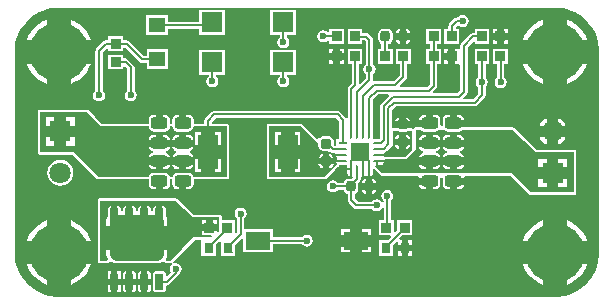
<source format=gtl>
G04*
G04 #@! TF.GenerationSoftware,Altium Limited,Altium Designer,19.1.6 (110)*
G04*
G04 Layer_Physical_Order=1*
G04 Layer_Color=255*
%FSLAX43Y43*%
%MOMM*%
G71*
G01*
G75*
%ADD11C,0.200*%
%ADD35R,2.150X1.500*%
G04:AMPARAMS|DCode=36|XSize=4.52mm|YSize=3.85mm|CornerRadius=0.481mm|HoleSize=0mm|Usage=FLASHONLY|Rotation=180.000|XOffset=0mm|YOffset=0mm|HoleType=Round|Shape=RoundedRectangle|*
%AMROUNDEDRECTD36*
21,1,4.520,2.888,0,0,180.0*
21,1,3.558,3.850,0,0,180.0*
1,1,0.963,-1.779,1.444*
1,1,0.963,1.779,1.444*
1,1,0.963,1.779,-1.444*
1,1,0.963,-1.779,-1.444*
%
%ADD36ROUNDEDRECTD36*%
G04:AMPARAMS|DCode=37|XSize=0.71mm|YSize=1.372mm|CornerRadius=0.089mm|HoleSize=0mm|Usage=FLASHONLY|Rotation=180.000|XOffset=0mm|YOffset=0mm|HoleType=Round|Shape=RoundedRectangle|*
%AMROUNDEDRECTD37*
21,1,0.710,1.195,0,0,180.0*
21,1,0.532,1.372,0,0,180.0*
1,1,0.178,-0.266,0.597*
1,1,0.178,0.266,0.597*
1,1,0.178,0.266,-0.597*
1,1,0.178,-0.266,-0.597*
%
%ADD37ROUNDEDRECTD37*%
%ADD38R,0.710X1.372*%
%ADD39R,1.800X1.700*%
%ADD40R,0.850X0.900*%
%ADD41R,1.750X3.000*%
%ADD42R,1.650X1.650*%
G04:AMPARAMS|DCode=43|XSize=0.25mm|YSize=0.7mm|CornerRadius=0.063mm|HoleSize=0mm|Usage=FLASHONLY|Rotation=0.000|XOffset=0mm|YOffset=0mm|HoleType=Round|Shape=RoundedRectangle|*
%AMROUNDEDRECTD43*
21,1,0.250,0.575,0,0,0.0*
21,1,0.125,0.700,0,0,0.0*
1,1,0.125,0.063,-0.288*
1,1,0.125,-0.063,-0.288*
1,1,0.125,-0.063,0.288*
1,1,0.125,0.063,0.288*
%
%ADD43ROUNDEDRECTD43*%
G04:AMPARAMS|DCode=44|XSize=0.25mm|YSize=0.7mm|CornerRadius=0.063mm|HoleSize=0mm|Usage=FLASHONLY|Rotation=90.000|XOffset=0mm|YOffset=0mm|HoleType=Round|Shape=RoundedRectangle|*
%AMROUNDEDRECTD44*
21,1,0.250,0.575,0,0,90.0*
21,1,0.125,0.700,0,0,90.0*
1,1,0.125,0.288,0.063*
1,1,0.125,0.288,-0.063*
1,1,0.125,-0.288,-0.063*
1,1,0.125,-0.288,0.063*
%
%ADD44ROUNDEDRECTD44*%
%ADD45R,0.700X0.250*%
G04:AMPARAMS|DCode=46|XSize=1.4mm|YSize=1mm|CornerRadius=0.25mm|HoleSize=0mm|Usage=FLASHONLY|Rotation=180.000|XOffset=0mm|YOffset=0mm|HoleType=Round|Shape=RoundedRectangle|*
%AMROUNDEDRECTD46*
21,1,1.400,0.500,0,0,180.0*
21,1,0.900,1.000,0,0,180.0*
1,1,0.500,-0.450,0.250*
1,1,0.500,0.450,0.250*
1,1,0.500,0.450,-0.250*
1,1,0.500,-0.450,-0.250*
%
%ADD46ROUNDEDRECTD46*%
G04:AMPARAMS|DCode=47|XSize=0.9mm|YSize=0.8mm|CornerRadius=0.2mm|HoleSize=0mm|Usage=FLASHONLY|Rotation=180.000|XOffset=0mm|YOffset=0mm|HoleType=Round|Shape=RoundedRectangle|*
%AMROUNDEDRECTD47*
21,1,0.900,0.400,0,0,180.0*
21,1,0.500,0.800,0,0,180.0*
1,1,0.400,-0.250,0.200*
1,1,0.400,0.250,0.200*
1,1,0.400,0.250,-0.200*
1,1,0.400,-0.250,-0.200*
%
%ADD47ROUNDEDRECTD47*%
G04:AMPARAMS|DCode=48|XSize=0.9mm|YSize=0.8mm|CornerRadius=0.2mm|HoleSize=0mm|Usage=FLASHONLY|Rotation=90.000|XOffset=0mm|YOffset=0mm|HoleType=Round|Shape=RoundedRectangle|*
%AMROUNDEDRECTD48*
21,1,0.900,0.400,0,0,90.0*
21,1,0.500,0.800,0,0,90.0*
1,1,0.400,0.200,0.250*
1,1,0.400,0.200,-0.250*
1,1,0.400,-0.200,-0.250*
1,1,0.400,-0.200,0.250*
%
%ADD48ROUNDEDRECTD48*%
%ADD49R,0.900X0.850*%
%ADD50R,1.400X1.300*%
%ADD51R,0.800X0.950*%
%ADD52C,1.800*%
%ADD53R,1.800X1.800*%
%ADD54C,5.000*%
%ADD55C,0.600*%
G36*
X46732Y24681D02*
X47206Y24554D01*
X47660Y24366D01*
X48085Y24121D01*
X48475Y23822D01*
X48822Y23475D01*
X49121Y23085D01*
X49366Y22660D01*
X49554Y22206D01*
X49681Y21732D01*
X49745Y21245D01*
Y21000D01*
Y4000D01*
Y3755D01*
X49681Y3268D01*
X49554Y2794D01*
X49366Y2340D01*
X49121Y1915D01*
X48822Y1525D01*
X48475Y1178D01*
X48085Y879D01*
X47660Y634D01*
X47206Y446D01*
X46732Y319D01*
X46245Y255D01*
X3755D01*
X3268Y319D01*
X2794Y446D01*
X2340Y634D01*
X1915Y879D01*
X1525Y1178D01*
X1178Y1525D01*
X879Y1915D01*
X634Y2340D01*
X446Y2794D01*
X319Y3268D01*
X255Y3755D01*
Y4000D01*
Y21000D01*
Y21245D01*
X319Y21732D01*
X446Y22206D01*
X634Y22660D01*
X879Y23085D01*
X1178Y23475D01*
X1525Y23822D01*
X1915Y24121D01*
X2340Y24366D01*
X2794Y24554D01*
X3268Y24681D01*
X3755Y24745D01*
X46245D01*
X46732Y24681D01*
D02*
G37*
%LPC*%
G36*
X38200Y24110D02*
X38005Y24071D01*
X37840Y23960D01*
X37803Y23906D01*
X37700D01*
X37700Y23906D01*
X37583Y23883D01*
X37484Y23816D01*
X37059Y23391D01*
X36992Y23292D01*
X36969Y23175D01*
X36969Y23175D01*
Y22950D01*
X36650D01*
Y21650D01*
X37900D01*
Y22950D01*
X37650D01*
X37610Y23077D01*
X37778Y23246D01*
X37840Y23240D01*
X38005Y23129D01*
X38200Y23090D01*
X38395Y23129D01*
X38560Y23240D01*
X38671Y23405D01*
X38710Y23600D01*
X38671Y23795D01*
X38560Y23960D01*
X38395Y24071D01*
X38200Y24110D01*
D02*
G37*
G36*
X18100Y24550D02*
X15900D01*
Y23556D01*
X13200D01*
Y24100D01*
X11400D01*
Y22400D01*
X13200D01*
Y22944D01*
X15900D01*
Y22450D01*
X18100D01*
Y24550D01*
D02*
G37*
G36*
X28150Y22950D02*
X26900D01*
Y22680D01*
X26773Y22642D01*
X26760Y22660D01*
X26595Y22771D01*
X26400Y22810D01*
X26205Y22771D01*
X26040Y22660D01*
X25929Y22495D01*
X25890Y22300D01*
X25929Y22105D01*
X26040Y21940D01*
X26205Y21829D01*
X26400Y21790D01*
X26595Y21829D01*
X26760Y21940D01*
X26773Y21958D01*
X26900Y21920D01*
Y21650D01*
X28150D01*
Y22950D01*
D02*
G37*
G36*
X42000D02*
X41675D01*
Y22600D01*
X42000D01*
Y22950D01*
D02*
G37*
G36*
X41075D02*
X40750D01*
Y22600D01*
X41075D01*
Y22950D01*
D02*
G37*
G36*
X33415Y22945D02*
Y22565D01*
X33755D01*
X33727Y22706D01*
X33638Y22838D01*
X33506Y22927D01*
X33415Y22945D01*
D02*
G37*
G36*
X32885D02*
X32794Y22927D01*
X32662Y22838D01*
X32573Y22706D01*
X32545Y22565D01*
X32885D01*
Y22945D01*
D02*
G37*
G36*
X47000Y23725D02*
Y22000D01*
X48725D01*
X48592Y22321D01*
X48353Y22710D01*
X48057Y23057D01*
X47710Y23353D01*
X47321Y23592D01*
X47000Y23725D01*
D02*
G37*
G36*
X45000D02*
X44679Y23592D01*
X44290Y23353D01*
X43943Y23057D01*
X43647Y22710D01*
X43408Y22321D01*
X43275Y22000D01*
X45000D01*
Y23725D01*
D02*
G37*
G36*
X5000D02*
Y22000D01*
X6725D01*
X6592Y22321D01*
X6353Y22710D01*
X6057Y23057D01*
X5710Y23353D01*
X5321Y23592D01*
X5000Y23725D01*
D02*
G37*
G36*
X3000D02*
X2679Y23592D01*
X2290Y23353D01*
X1943Y23057D01*
X1647Y22710D01*
X1408Y22321D01*
X1275Y22000D01*
X3000D01*
Y23725D01*
D02*
G37*
G36*
X9450Y22300D02*
X8150D01*
Y21981D01*
X8008D01*
X8008Y21981D01*
X7891Y21958D01*
X7791Y21891D01*
X7791Y21891D01*
X7184Y21284D01*
X7117Y21184D01*
X7094Y21067D01*
X7094Y21067D01*
Y17697D01*
X7040Y17660D01*
X6929Y17495D01*
X6890Y17300D01*
X6929Y17105D01*
X7040Y16940D01*
X7205Y16829D01*
X7400Y16790D01*
X7595Y16829D01*
X7760Y16940D01*
X7871Y17105D01*
X7910Y17300D01*
X7871Y17495D01*
X7760Y17660D01*
X7706Y17697D01*
Y20941D01*
X8023Y21258D01*
X8150Y21205D01*
Y21050D01*
X9450D01*
Y21350D01*
X9617D01*
X10834Y20134D01*
X10933Y20067D01*
X11050Y20044D01*
X11450D01*
Y19500D01*
X13250D01*
Y21200D01*
X11450D01*
Y20656D01*
X11177D01*
X9960Y21872D01*
X9861Y21938D01*
X9744Y21962D01*
X9744Y21962D01*
X9450D01*
Y22300D01*
D02*
G37*
G36*
X33755Y22035D02*
X33415D01*
Y21655D01*
X33506Y21673D01*
X33638Y21762D01*
X33727Y21894D01*
X33755Y22035D01*
D02*
G37*
G36*
X32885D02*
X32545D01*
X32573Y21894D01*
X32662Y21762D01*
X32794Y21673D01*
X32885Y21655D01*
Y22035D01*
D02*
G37*
G36*
X42000Y22000D02*
X41675D01*
Y21650D01*
X42000D01*
Y22000D01*
D02*
G37*
G36*
X41075D02*
X40750D01*
Y21650D01*
X41075D01*
Y22000D01*
D02*
G37*
G36*
X24100Y24550D02*
X21900D01*
Y22450D01*
X22694D01*
Y22197D01*
X22640Y22160D01*
X22529Y21995D01*
X22490Y21800D01*
X22529Y21605D01*
X22640Y21440D01*
X22805Y21329D01*
X23000Y21290D01*
X23195Y21329D01*
X23360Y21440D01*
X23471Y21605D01*
X23510Y21800D01*
X23471Y21995D01*
X23360Y22160D01*
X23306Y22197D01*
Y22450D01*
X24100D01*
Y24550D01*
D02*
G37*
G36*
X28150Y21250D02*
X27825D01*
Y20900D01*
X28150D01*
Y21250D01*
D02*
G37*
G36*
X27225D02*
X26900D01*
Y20900D01*
X27225D01*
Y21250D01*
D02*
G37*
G36*
X36975D02*
X36650D01*
Y20900D01*
X36975D01*
Y21250D01*
D02*
G37*
G36*
X31850Y22958D02*
X31450D01*
X31294Y22927D01*
X31162Y22838D01*
X31073Y22706D01*
X31042Y22550D01*
Y22050D01*
X31073Y21894D01*
X31162Y21761D01*
X31294Y21673D01*
X31294Y21673D01*
Y21250D01*
X31000D01*
Y19950D01*
X32250D01*
Y21250D01*
X31906D01*
Y21653D01*
X32006Y21673D01*
X32138Y21761D01*
X32227Y21894D01*
X32258Y22050D01*
Y22550D01*
X32227Y22706D01*
X32138Y22838D01*
X32006Y22927D01*
X31850Y22958D01*
D02*
G37*
G36*
X28150Y20300D02*
X27825D01*
Y19950D01*
X28150D01*
Y20300D01*
D02*
G37*
G36*
X27225D02*
X26900D01*
Y19950D01*
X27225D01*
Y20300D01*
D02*
G37*
G36*
X36975D02*
X36650D01*
Y19950D01*
X36975D01*
Y20300D01*
D02*
G37*
G36*
X48725Y20000D02*
X47000D01*
Y18275D01*
X47321Y18408D01*
X47710Y18647D01*
X48057Y18943D01*
X48353Y19290D01*
X48592Y19679D01*
X48725Y20000D01*
D02*
G37*
G36*
X45000D02*
X43275D01*
X43408Y19679D01*
X43647Y19290D01*
X43943Y18943D01*
X44290Y18647D01*
X44679Y18408D01*
X45000Y18275D01*
Y20000D01*
D02*
G37*
G36*
X6725D02*
X5000D01*
Y18275D01*
X5321Y18408D01*
X5710Y18647D01*
X6057Y18943D01*
X6353Y19290D01*
X6592Y19679D01*
X6725Y20000D01*
D02*
G37*
G36*
X3000D02*
X1275D01*
X1408Y19679D01*
X1647Y19290D01*
X1943Y18943D01*
X2290Y18647D01*
X2679Y18408D01*
X3000Y18275D01*
Y20000D01*
D02*
G37*
G36*
X24100Y21150D02*
X21900D01*
Y19050D01*
X22694D01*
Y18897D01*
X22640Y18860D01*
X22529Y18695D01*
X22490Y18500D01*
X22529Y18305D01*
X22640Y18140D01*
X22805Y18029D01*
X23000Y17990D01*
X23195Y18029D01*
X23360Y18140D01*
X23471Y18305D01*
X23510Y18500D01*
X23471Y18695D01*
X23360Y18860D01*
X23306Y18897D01*
Y19050D01*
X24100D01*
Y21150D01*
D02*
G37*
G36*
X18100D02*
X15900D01*
Y19050D01*
X16694D01*
Y18897D01*
X16640Y18860D01*
X16529Y18695D01*
X16490Y18500D01*
X16529Y18305D01*
X16640Y18140D01*
X16805Y18029D01*
X17000Y17990D01*
X17195Y18029D01*
X17360Y18140D01*
X17471Y18305D01*
X17510Y18500D01*
X17471Y18695D01*
X17360Y18860D01*
X17306Y18897D01*
Y19050D01*
X18100D01*
Y21150D01*
D02*
G37*
G36*
X42000Y21250D02*
X40750D01*
Y19950D01*
X41094D01*
Y18797D01*
X41040Y18760D01*
X40929Y18595D01*
X40890Y18400D01*
X40929Y18205D01*
X41040Y18040D01*
X41205Y17929D01*
X41400Y17890D01*
X41595Y17929D01*
X41760Y18040D01*
X41871Y18205D01*
X41910Y18400D01*
X41871Y18595D01*
X41760Y18760D01*
X41706Y18797D01*
Y19950D01*
X42000D01*
Y21250D01*
D02*
G37*
G36*
X40450Y22950D02*
X39200D01*
Y22606D01*
X39100D01*
X38983Y22583D01*
X38884Y22516D01*
X38084Y21716D01*
X38017Y21617D01*
X37994Y21500D01*
X37994Y21500D01*
Y21329D01*
X37900Y21250D01*
X37867Y21250D01*
X37575D01*
Y20600D01*
Y19950D01*
X37867D01*
X37900Y19950D01*
X37994Y19871D01*
Y17759D01*
X37741Y17506D01*
X35704D01*
X35656Y17623D01*
X35941Y17909D01*
X35941Y17909D01*
X36008Y18008D01*
X36031Y18125D01*
Y19950D01*
X36350D01*
Y21250D01*
X36031D01*
Y21650D01*
X36350D01*
Y22950D01*
X35100D01*
Y21650D01*
X35419D01*
Y21250D01*
X35100D01*
Y19950D01*
X35419D01*
Y18252D01*
X35173Y18006D01*
X32904D01*
X32856Y18123D01*
X33391Y18659D01*
X33458Y18758D01*
X33481Y18875D01*
X33481Y18875D01*
Y19950D01*
X33800D01*
Y21250D01*
X32550D01*
Y19950D01*
X32869D01*
Y19002D01*
X32373Y18506D01*
X30717D01*
X30678Y18527D01*
X30627Y18578D01*
X30606Y18617D01*
Y19103D01*
X30660Y19140D01*
X30771Y19305D01*
X30810Y19500D01*
X30771Y19695D01*
X30660Y19860D01*
X30606Y19897D01*
Y22000D01*
X30583Y22117D01*
X30516Y22216D01*
X30241Y22491D01*
X30142Y22558D01*
X30025Y22581D01*
X30025Y22581D01*
X29700D01*
Y22950D01*
X28450D01*
Y21650D01*
X29700D01*
Y21969D01*
X29898D01*
X29994Y21873D01*
Y19897D01*
X29940Y19860D01*
X29829Y19695D01*
X29790Y19500D01*
X29829Y19305D01*
X29940Y19140D01*
X29994Y19103D01*
Y18727D01*
X29533Y18265D01*
X29406Y18318D01*
Y19950D01*
X29700D01*
Y21250D01*
X28450D01*
Y19950D01*
X28794D01*
Y18327D01*
X28534Y18066D01*
X28467Y17967D01*
X28444Y17850D01*
X28444Y17850D01*
Y15411D01*
X28430Y15406D01*
X28317Y15390D01*
X28266Y15466D01*
X27816Y15916D01*
X27717Y15983D01*
X27600Y16006D01*
X27600Y16006D01*
X17175D01*
X17058Y15983D01*
X16959Y15916D01*
X16959Y15916D01*
X16409Y15366D01*
X16342Y15267D01*
X16319Y15150D01*
X16319Y15150D01*
Y14904D01*
X15409D01*
Y15200D01*
X15374Y15376D01*
X15274Y15524D01*
X15126Y15624D01*
X14950Y15659D01*
X14800D01*
Y14950D01*
X14200D01*
Y15659D01*
X14050D01*
X13874Y15624D01*
X13726Y15524D01*
X13626Y15376D01*
X13591Y15200D01*
Y14904D01*
X13409D01*
Y15200D01*
X13374Y15376D01*
X13274Y15524D01*
X13126Y15624D01*
X12950Y15659D01*
X12800D01*
Y14950D01*
X12200D01*
Y15659D01*
X12050D01*
X11874Y15624D01*
X11726Y15524D01*
X11626Y15376D01*
X11591Y15200D01*
Y14904D01*
X7581D01*
X6551Y16037D01*
X6547Y16040D01*
X6544Y16044D01*
X6515Y16064D01*
X6487Y16084D01*
X6482Y16086D01*
X6478Y16088D01*
X6444Y16095D01*
X6410Y16104D01*
X6405Y16103D01*
X6400Y16104D01*
X2400D01*
X2322Y16088D01*
X2256Y16044D01*
X2212Y15978D01*
X2196Y15900D01*
Y12500D01*
X2212Y12422D01*
X2256Y12356D01*
X2322Y12312D01*
X2400Y12296D01*
X5118D01*
X7259Y10252D01*
X7291Y10232D01*
X7322Y10212D01*
X7324Y10211D01*
X7326Y10210D01*
X7363Y10203D01*
X7400Y10196D01*
X11591D01*
Y9800D01*
X11626Y9624D01*
X11726Y9476D01*
X11874Y9376D01*
X12050Y9341D01*
X12200D01*
Y10050D01*
X12800D01*
Y9341D01*
X12950D01*
X13126Y9376D01*
X13274Y9476D01*
X13374Y9624D01*
X13409Y9800D01*
Y10196D01*
X13591D01*
Y9800D01*
X13626Y9624D01*
X13726Y9476D01*
X13874Y9376D01*
X14050Y9341D01*
X14200D01*
Y10050D01*
X14800D01*
Y9341D01*
X14950D01*
X15126Y9376D01*
X15274Y9476D01*
X15374Y9624D01*
X15409Y9800D01*
Y10196D01*
X18200D01*
X18278Y10212D01*
X18344Y10256D01*
X18388Y10322D01*
X18404Y10400D01*
Y14700D01*
X18388Y14778D01*
X18344Y14844D01*
X18278Y14888D01*
X18200Y14904D01*
X16949D01*
X16938Y15031D01*
X17302Y15394D01*
X27473D01*
X27744Y15123D01*
Y13575D01*
X27500D01*
Y13056D01*
X27331D01*
X27283Y13104D01*
Y13425D01*
X27252Y13581D01*
X27163Y13713D01*
X27031Y13802D01*
X26875Y13833D01*
X26375D01*
X26219Y13802D01*
X26086Y13713D01*
X26059Y13672D01*
X25892Y13651D01*
X24559Y14852D01*
X24529Y14869D01*
X24500Y14888D01*
X24495Y14889D01*
X24490Y14892D01*
X24456Y14897D01*
X24422Y14904D01*
X21800Y14904D01*
X21722Y14888D01*
X21656Y14844D01*
X21612Y14778D01*
X21596Y14700D01*
Y10400D01*
X21612Y10322D01*
X21656Y10256D01*
X21722Y10212D01*
X21800Y10196D01*
X26456Y10196D01*
X26491Y10203D01*
X26527Y10209D01*
X26530Y10211D01*
X26534Y10212D01*
X26564Y10232D01*
X26595Y10251D01*
X27239Y10851D01*
X27241Y10854D01*
X27244Y10856D01*
X27369Y10981D01*
X27386Y11006D01*
X27390Y11010D01*
X27394Y11014D01*
X27419Y11031D01*
X27641Y11252D01*
X27644Y11254D01*
X27652Y11267D01*
X27663Y11277D01*
X27687Y11309D01*
X27700Y11337D01*
X27716Y11364D01*
X27737Y11425D01*
X27763Y11420D01*
X28307D01*
X28372Y11372D01*
X28420Y11307D01*
Y11150D01*
X28750D01*
Y11050D01*
X28850D01*
Y10453D01*
X28893Y10405D01*
X28894Y10375D01*
X28781Y10258D01*
X28550D01*
X28394Y10227D01*
X28262Y10138D01*
X28173Y10006D01*
X28153Y9906D01*
X27597D01*
X27560Y9960D01*
X27395Y10071D01*
X27200Y10110D01*
X27005Y10071D01*
X26840Y9960D01*
X26729Y9795D01*
X26690Y9600D01*
X26729Y9405D01*
X26840Y9240D01*
X27005Y9129D01*
X27200Y9090D01*
X27395Y9129D01*
X27560Y9240D01*
X27597Y9294D01*
X28153D01*
X28173Y9194D01*
X28262Y9062D01*
X28394Y8973D01*
X28444Y8963D01*
Y8450D01*
X28444Y8450D01*
X28467Y8333D01*
X28534Y8234D01*
X28984Y7784D01*
X29083Y7717D01*
X29200Y7694D01*
X29200Y7694D01*
X30503D01*
X30540Y7640D01*
X30705Y7529D01*
X30900Y7490D01*
X31095Y7529D01*
X31260Y7640D01*
X31367Y7799D01*
X31377Y7801D01*
X31494Y7758D01*
Y6750D01*
X31100D01*
Y5450D01*
X32051D01*
X32100Y5333D01*
X31842Y5075D01*
X31075D01*
Y3725D01*
X32275D01*
Y4642D01*
X32598Y4965D01*
X32725Y4913D01*
Y4665D01*
X33060D01*
Y5075D01*
X32887D01*
X32835Y5202D01*
X33083Y5450D01*
X33900D01*
Y6750D01*
X32650D01*
Y5883D01*
X32467Y5700D01*
X32350Y5749D01*
Y6750D01*
X32106D01*
Y8403D01*
X32160Y8440D01*
X32271Y8605D01*
X32310Y8800D01*
X32271Y8995D01*
X32160Y9160D01*
X31995Y9271D01*
X31800Y9310D01*
X31605Y9271D01*
X31440Y9160D01*
X31329Y8995D01*
X31290Y8800D01*
X31329Y8605D01*
X31440Y8440D01*
X31494Y8403D01*
Y8242D01*
X31377Y8199D01*
X31367Y8201D01*
X31260Y8360D01*
X31095Y8471D01*
X30900Y8510D01*
X30705Y8471D01*
X30540Y8360D01*
X30503Y8306D01*
X29327D01*
X29056Y8577D01*
Y8963D01*
X29106Y8973D01*
X29238Y9062D01*
X29327Y9194D01*
X29358Y9350D01*
Y9850D01*
X29353Y9875D01*
X29466Y9988D01*
X29466Y9988D01*
X29533Y10087D01*
X29556Y10204D01*
Y10394D01*
X29650Y10469D01*
Y11050D01*
X29850D01*
Y10502D01*
X29915Y10515D01*
X30000Y10572D01*
X30085Y10515D01*
X30150Y10502D01*
Y11050D01*
X30350D01*
Y10502D01*
X30415Y10515D01*
X30502Y10573D01*
X30560Y10660D01*
X30580Y10762D01*
Y11052D01*
X30707Y11104D01*
X31256Y10556D01*
X31322Y10512D01*
X31400Y10496D01*
X34401D01*
X34505Y10369D01*
X34501Y10350D01*
X35400D01*
Y10050D01*
X35700D01*
Y9341D01*
X35850D01*
X36026Y9376D01*
X36174Y9476D01*
X36274Y9624D01*
X36309Y9800D01*
Y10300D01*
X36400Y10381D01*
X36458Y10329D01*
X36491Y10274D01*
Y9800D01*
X36526Y9624D01*
X36626Y9476D01*
X36774Y9376D01*
X36950Y9341D01*
X37100D01*
Y10050D01*
X37400D01*
Y10350D01*
X38299D01*
X38295Y10369D01*
X38399Y10496D01*
X42312D01*
X43751Y8961D01*
X43754Y8959D01*
X43756Y8956D01*
X43786Y8935D01*
X43816Y8914D01*
X43819Y8913D01*
X43822Y8912D01*
X43858Y8904D01*
X43893Y8896D01*
X43897Y8897D01*
X43900Y8896D01*
X47600D01*
X47678Y8912D01*
X47744Y8956D01*
X47788Y9022D01*
X47804Y9100D01*
Y12500D01*
X47788Y12578D01*
X47744Y12644D01*
X47678Y12688D01*
X47600Y12704D01*
X44481D01*
X42540Y14548D01*
X42509Y14568D01*
X42478Y14588D01*
X42475Y14589D01*
X42473Y14590D01*
X42436Y14597D01*
X42400Y14604D01*
X38388D01*
X38350Y14650D01*
X37400D01*
Y14950D01*
X37100D01*
Y15659D01*
X36950D01*
X36774Y15624D01*
X36626Y15524D01*
X36526Y15376D01*
X36491Y15200D01*
Y14700D01*
X36482Y14689D01*
X36431D01*
X36309Y14812D01*
Y15200D01*
X36274Y15376D01*
X36174Y15524D01*
X36026Y15624D01*
X35850Y15659D01*
X35700D01*
Y14950D01*
X35400D01*
Y14650D01*
X34450D01*
X34412Y14604D01*
X34200D01*
X34122Y14588D01*
X34056Y14544D01*
X34012Y14478D01*
X33984Y14484D01*
X33978Y14488D01*
X33900Y14504D01*
X33829D01*
X33762Y14585D01*
X33100D01*
X32438D01*
X32371Y14504D01*
X32278D01*
X32206Y14563D01*
Y16073D01*
X32527Y16394D01*
X39200D01*
X39200Y16394D01*
X39317Y16417D01*
X39416Y16484D01*
X40041Y17109D01*
X40041Y17109D01*
X40108Y17208D01*
X40131Y17325D01*
X40131Y17325D01*
Y18020D01*
X40160Y18040D01*
X40271Y18205D01*
X40310Y18400D01*
X40271Y18595D01*
X40160Y18760D01*
X40131Y18780D01*
Y19950D01*
X40450D01*
Y21250D01*
X39200D01*
Y19950D01*
X39519D01*
Y18814D01*
X39440Y18760D01*
X39329Y18595D01*
X39290Y18400D01*
X39329Y18205D01*
X39440Y18040D01*
X39519Y17986D01*
Y17452D01*
X39073Y17006D01*
X38272D01*
X38223Y17123D01*
X38516Y17416D01*
X38583Y17516D01*
X38606Y17633D01*
Y21373D01*
X39083Y21850D01*
X39200Y21801D01*
Y21650D01*
X40450D01*
Y22950D01*
D02*
G37*
G36*
X9450Y20750D02*
X8150D01*
Y19500D01*
X9450D01*
Y19750D01*
X9577Y19790D01*
X9794Y19573D01*
Y17697D01*
X9740Y17660D01*
X9629Y17495D01*
X9590Y17300D01*
X9629Y17105D01*
X9740Y16940D01*
X9905Y16829D01*
X10100Y16790D01*
X10295Y16829D01*
X10460Y16940D01*
X10571Y17105D01*
X10610Y17300D01*
X10571Y17495D01*
X10460Y17660D01*
X10406Y17697D01*
Y19700D01*
X10383Y19817D01*
X10316Y19916D01*
X9891Y20341D01*
X9792Y20408D01*
X9675Y20431D01*
X9675Y20431D01*
X9450D01*
Y20750D01*
D02*
G37*
G36*
X37850Y15659D02*
X37700D01*
Y15250D01*
X38299D01*
X38274Y15376D01*
X38174Y15524D01*
X38026Y15624D01*
X37850Y15659D01*
D02*
G37*
G36*
X35100D02*
X34950D01*
X34774Y15624D01*
X34626Y15524D01*
X34526Y15376D01*
X34501Y15250D01*
X35100D01*
Y15659D01*
D02*
G37*
G36*
X33365Y15455D02*
Y15115D01*
X33745D01*
X33727Y15206D01*
X33638Y15338D01*
X33506Y15427D01*
X33365Y15455D01*
D02*
G37*
G36*
X32835D02*
X32694Y15427D01*
X32561Y15338D01*
X32473Y15206D01*
X32455Y15115D01*
X32835D01*
Y15455D01*
D02*
G37*
G36*
X46300Y15342D02*
Y14750D01*
X46892D01*
X46848Y14855D01*
X46656Y15106D01*
X46405Y15298D01*
X46300Y15342D01*
D02*
G37*
G36*
X45300D02*
X45195Y15298D01*
X44944Y15106D01*
X44752Y14855D01*
X44708Y14750D01*
X45300D01*
Y15342D01*
D02*
G37*
G36*
X46892Y13750D02*
X46300D01*
Y13158D01*
X46405Y13202D01*
X46656Y13394D01*
X46848Y13645D01*
X46892Y13750D01*
D02*
G37*
G36*
X45300D02*
X44708D01*
X44752Y13645D01*
X44944Y13394D01*
X45195Y13202D01*
X45300Y13158D01*
Y13750D01*
D02*
G37*
G36*
X28650Y10950D02*
X28420D01*
Y10762D01*
X28440Y10660D01*
X28498Y10573D01*
X28585Y10515D01*
X28650Y10502D01*
Y10950D01*
D02*
G37*
G36*
X30515Y10245D02*
Y9865D01*
X30855D01*
X30827Y10006D01*
X30738Y10139D01*
X30606Y10227D01*
X30515Y10245D01*
D02*
G37*
G36*
X29985D02*
X29894Y10227D01*
X29762Y10139D01*
X29673Y10006D01*
X29645Y9865D01*
X29985D01*
Y10245D01*
D02*
G37*
G36*
X4125Y11859D02*
X3838Y11822D01*
X3570Y11711D01*
X3340Y11535D01*
X3164Y11305D01*
X3053Y11037D01*
X3016Y10750D01*
X3053Y10463D01*
X3164Y10195D01*
X3340Y9965D01*
X3570Y9789D01*
X3838Y9678D01*
X4125Y9641D01*
X4412Y9678D01*
X4680Y9789D01*
X4910Y9965D01*
X5086Y10195D01*
X5197Y10463D01*
X5234Y10750D01*
X5197Y11037D01*
X5086Y11305D01*
X4910Y11535D01*
X4680Y11711D01*
X4412Y11822D01*
X4125Y11859D01*
D02*
G37*
G36*
X38299Y9750D02*
X37700D01*
Y9341D01*
X37850D01*
X38026Y9376D01*
X38174Y9476D01*
X38274Y9624D01*
X38299Y9750D01*
D02*
G37*
G36*
X35100D02*
X34501D01*
X34526Y9624D01*
X34626Y9476D01*
X34774Y9376D01*
X34950Y9341D01*
X35100D01*
Y9750D01*
D02*
G37*
G36*
X30855Y9335D02*
X30515D01*
Y8955D01*
X30606Y8973D01*
X30738Y9062D01*
X30827Y9194D01*
X30855Y9335D01*
D02*
G37*
G36*
X29985D02*
X29645D01*
X29673Y9194D01*
X29762Y9062D01*
X29894Y8973D01*
X29985Y8955D01*
Y9335D01*
D02*
G37*
G36*
X30400Y5950D02*
X29625D01*
Y5500D01*
X30400D01*
Y5950D01*
D02*
G37*
G36*
X28625D02*
X27850D01*
Y5500D01*
X28625D01*
Y5950D01*
D02*
G37*
G36*
X47000Y6725D02*
Y5000D01*
X48725D01*
X48592Y5321D01*
X48353Y5710D01*
X48057Y6057D01*
X47710Y6353D01*
X47321Y6592D01*
X47000Y6725D01*
D02*
G37*
G36*
X45000D02*
X44679Y6592D01*
X44290Y6353D01*
X43943Y6057D01*
X43647Y5710D01*
X43408Y5321D01*
X43275Y5000D01*
X45000D01*
Y6725D01*
D02*
G37*
G36*
X5000D02*
Y5000D01*
X6725D01*
X6592Y5321D01*
X6353Y5710D01*
X6057Y6057D01*
X5710Y6353D01*
X5321Y6592D01*
X5000Y6725D01*
D02*
G37*
G36*
X3000D02*
X2679Y6592D01*
X2290Y6353D01*
X1943Y6057D01*
X1647Y5710D01*
X1408Y5321D01*
X1275Y5000D01*
X3000D01*
Y6725D01*
D02*
G37*
G36*
X33925Y5075D02*
X33590D01*
Y4665D01*
X33925D01*
Y5075D01*
D02*
G37*
G36*
X7500Y8604D02*
X7422Y8588D01*
X7356Y8544D01*
X7312Y8478D01*
X7296Y8400D01*
X7296Y3300D01*
X7312Y3222D01*
X7356Y3156D01*
X7422Y3112D01*
X7500Y3096D01*
X8084D01*
X8116Y3103D01*
X8149Y3107D01*
X8155Y3110D01*
X8162Y3112D01*
X8189Y3130D01*
X8218Y3147D01*
X8222Y3152D01*
X8228Y3156D01*
X8246Y3183D01*
X8266Y3210D01*
X8268Y3212D01*
X8288Y3231D01*
X8314Y3244D01*
X8322Y3246D01*
X8422Y3254D01*
X8478Y3211D01*
X8644Y3143D01*
X8821Y3119D01*
X12379D01*
X12557Y3143D01*
X12722Y3211D01*
X12779Y3254D01*
X12878Y3246D01*
X12886Y3244D01*
X12912Y3231D01*
X12933Y3212D01*
X12934Y3210D01*
X12954Y3183D01*
X12972Y3156D01*
X12978Y3152D01*
X12982Y3147D01*
X13011Y3130D01*
X13039Y3112D01*
X13045Y3110D01*
X13051Y3107D01*
X13084Y3103D01*
X13117Y3096D01*
X13474D01*
X13476Y3096D01*
X13478Y3096D01*
X13515Y3104D01*
X13552Y3112D01*
X13556Y3103D01*
X13568Y3052D01*
X13522Y2935D01*
X13429Y2795D01*
X13390Y2600D01*
X13429Y2405D01*
X13492Y2310D01*
X13183Y2000D01*
X13066Y2049D01*
Y2127D01*
X13043Y2240D01*
X12980Y2335D01*
X12884Y2399D01*
X12771Y2422D01*
X12239D01*
X12126Y2399D01*
X12031Y2335D01*
X11967Y2240D01*
X11944Y2127D01*
Y933D01*
X11967Y820D01*
X12031Y724D01*
X12126Y661D01*
X12239Y638D01*
X12771D01*
X12884Y661D01*
X12980Y724D01*
X13043Y820D01*
X13066Y933D01*
Y1136D01*
X13145Y1224D01*
X13262Y1247D01*
X13361Y1314D01*
X14116Y2069D01*
X14116Y2069D01*
X14183Y2168D01*
X14187Y2191D01*
X14260Y2240D01*
X14371Y2405D01*
X14410Y2600D01*
X14371Y2795D01*
X14260Y2960D01*
X14095Y3071D01*
X13900Y3110D01*
X13804Y3091D01*
X13687Y3100D01*
X13639Y3178D01*
X13646Y3184D01*
X15487Y5096D01*
X15957D01*
X16075Y5075D01*
Y3725D01*
X17275D01*
Y4642D01*
X17598Y4965D01*
X17725Y4913D01*
Y3725D01*
X18595D01*
X18625Y3719D01*
X18655Y3725D01*
X18925D01*
Y3995D01*
X18931Y4025D01*
X18925Y4055D01*
Y4642D01*
X19483Y5200D01*
X19600Y5151D01*
Y4050D01*
X22150D01*
Y4694D01*
X24603D01*
X24640Y4640D01*
X24805Y4529D01*
X25000Y4490D01*
X25195Y4529D01*
X25360Y4640D01*
X25471Y4805D01*
X25510Y5000D01*
X25471Y5195D01*
X25360Y5360D01*
X25195Y5471D01*
X25000Y5510D01*
X24805Y5471D01*
X24640Y5360D01*
X24603Y5306D01*
X22150D01*
Y5950D01*
X19706D01*
Y6903D01*
X19760Y6940D01*
X19871Y7105D01*
X19910Y7300D01*
X19871Y7495D01*
X19760Y7660D01*
X19595Y7771D01*
X19400Y7810D01*
X19205Y7771D01*
X19040Y7660D01*
X18929Y7495D01*
X18890Y7300D01*
X18929Y7105D01*
X19040Y6940D01*
X19094Y6903D01*
Y5689D01*
X19018Y5628D01*
X18900Y5680D01*
Y6750D01*
X17804D01*
Y7000D01*
X17788Y7078D01*
X17744Y7144D01*
X17678Y7188D01*
X17600Y7204D01*
X16600D01*
X15459Y7204D01*
X13977Y8551D01*
X13947Y8569D01*
X13918Y8588D01*
X13913Y8589D01*
X13909Y8592D01*
X13874Y8597D01*
X13840Y8604D01*
X7500Y8604D01*
D02*
G37*
G36*
X30400Y4500D02*
X29625D01*
Y4050D01*
X30400D01*
Y4500D01*
D02*
G37*
G36*
X28625D02*
X27850D01*
Y4050D01*
X28625D01*
Y4500D01*
D02*
G37*
G36*
X33925Y4135D02*
X33590D01*
Y3725D01*
X33925D01*
Y4135D01*
D02*
G37*
G36*
X33060D02*
X32725D01*
Y3725D01*
X33060D01*
Y4135D01*
D02*
G37*
G36*
X11501Y2422D02*
X11500D01*
Y1795D01*
X11796D01*
Y2127D01*
X11773Y2240D01*
X11710Y2335D01*
X11614Y2399D01*
X11501Y2422D01*
D02*
G37*
G36*
X10231D02*
X10230D01*
Y1795D01*
X10526D01*
Y2127D01*
X10503Y2240D01*
X10440Y2335D01*
X10344Y2399D01*
X10231Y2422D01*
D02*
G37*
G36*
X9250Y2416D02*
X8960D01*
Y1795D01*
X9250D01*
Y2416D01*
D02*
G37*
G36*
X8430D02*
X8140D01*
Y1795D01*
X8430D01*
Y2416D01*
D02*
G37*
G36*
X10970Y2422D02*
X10969D01*
X10856Y2399D01*
X10761Y2335D01*
X10697Y2240D01*
X10674Y2127D01*
Y1795D01*
X10970D01*
Y2422D01*
D02*
G37*
G36*
X9700D02*
X9699D01*
X9586Y2399D01*
X9491Y2335D01*
X9427Y2240D01*
X9404Y2127D01*
Y1795D01*
X9700D01*
Y2422D01*
D02*
G37*
G36*
X48725Y3000D02*
X47000D01*
Y1275D01*
X47321Y1408D01*
X47710Y1647D01*
X48057Y1943D01*
X48353Y2290D01*
X48592Y2679D01*
X48725Y3000D01*
D02*
G37*
G36*
X45000D02*
X43275D01*
X43408Y2679D01*
X43647Y2290D01*
X43943Y1943D01*
X44290Y1647D01*
X44679Y1408D01*
X45000Y1275D01*
Y3000D01*
D02*
G37*
G36*
X6725D02*
X5000D01*
Y1275D01*
X5321Y1408D01*
X5710Y1647D01*
X6057Y1943D01*
X6353Y2290D01*
X6592Y2679D01*
X6725Y3000D01*
D02*
G37*
G36*
X3000D02*
X1275D01*
X1408Y2679D01*
X1647Y2290D01*
X1943Y1943D01*
X2290Y1647D01*
X2679Y1408D01*
X3000Y1275D01*
Y3000D01*
D02*
G37*
G36*
X9250Y1265D02*
X8960D01*
Y644D01*
X9250D01*
Y1265D01*
D02*
G37*
G36*
X8430D02*
X8140D01*
Y644D01*
X8430D01*
Y1265D01*
D02*
G37*
G36*
X11796D02*
X11500D01*
Y638D01*
X11501D01*
X11614Y661D01*
X11710Y724D01*
X11773Y820D01*
X11796Y933D01*
Y1265D01*
D02*
G37*
G36*
X10970D02*
X10674D01*
Y933D01*
X10697Y820D01*
X10761Y724D01*
X10856Y661D01*
X10969Y638D01*
X10970D01*
Y1265D01*
D02*
G37*
G36*
X10526D02*
X10230D01*
Y638D01*
X10231D01*
X10344Y661D01*
X10440Y724D01*
X10503Y820D01*
X10526Y933D01*
Y1265D01*
D02*
G37*
G36*
X9700D02*
X9404D01*
Y933D01*
X9427Y820D01*
X9491Y724D01*
X9586Y661D01*
X9699Y638D01*
X9700D01*
Y1265D01*
D02*
G37*
%LPD*%
G36*
X33900Y12700D02*
X33300Y12100D01*
X31577D01*
X31536Y12150D01*
X30950D01*
Y12350D01*
X31501D01*
X31518Y12436D01*
X31591Y12482D01*
X31642Y12492D01*
X31741Y12559D01*
X32116Y12934D01*
X32116Y12934D01*
X32130Y12954D01*
X32278Y13081D01*
Y14300D01*
X32654D01*
X32694Y14273D01*
X32850Y14242D01*
X33350D01*
X33506Y14273D01*
X33546Y14300D01*
X33900D01*
Y12700D01*
D02*
G37*
G36*
X44400Y12500D02*
X47600D01*
Y9100D01*
X43900D01*
X42400Y10700D01*
X38061D01*
X38026Y10724D01*
X37850Y10759D01*
X36950D01*
X36774Y10724D01*
X36739Y10700D01*
X36061D01*
X36026Y10724D01*
X35850Y10759D01*
X34950D01*
X34774Y10724D01*
X34739Y10700D01*
X31400D01*
X30797Y11303D01*
X30846Y11420D01*
X30850D01*
Y11750D01*
X30950D01*
Y11850D01*
X31556D01*
X31618Y11896D01*
X33300D01*
X33300Y11896D01*
X33378Y11912D01*
X33444Y11956D01*
X33588Y12100D01*
X33600D01*
X34200Y12700D01*
X34200Y14400D01*
X34609D01*
X34626Y14376D01*
X34774Y14276D01*
X34950Y14241D01*
X35850D01*
X36026Y14276D01*
X36174Y14376D01*
X36191Y14400D01*
X36609D01*
X36626Y14376D01*
X36774Y14276D01*
X36950Y14241D01*
X37850D01*
X38026Y14276D01*
X38174Y14376D01*
X38191Y14400D01*
X42400D01*
X44400Y12500D01*
D02*
G37*
G36*
X31944Y17277D02*
X31284Y16616D01*
X31217Y16517D01*
X31194Y16400D01*
X31194Y16400D01*
Y13627D01*
X31148Y13580D01*
X30693D01*
X30628Y13628D01*
X30580Y13693D01*
Y14238D01*
X30560Y14340D01*
X30556Y14346D01*
Y16923D01*
X31027Y17394D01*
X31896D01*
X31944Y17277D01*
D02*
G37*
G36*
X24422Y14700D02*
X25967Y13310D01*
Y13025D01*
X25998Y12869D01*
X26086Y12737D01*
X26219Y12648D01*
X26375Y12617D01*
X26736D01*
X26873Y12494D01*
X27046D01*
X27087Y12467D01*
X27204Y12444D01*
X27394D01*
X27469Y12350D01*
X28050D01*
Y12150D01*
X27502D01*
X27515Y12085D01*
X27572Y12000D01*
X27515Y11915D01*
X27502Y11850D01*
X28050D01*
Y11650D01*
X27502D01*
X27515Y11585D01*
X27555Y11525D01*
X27523Y11430D01*
X27499Y11398D01*
X27498Y11398D01*
X27275Y11175D01*
X27176Y11256D01*
X27252Y11369D01*
X27270Y11460D01*
X26890D01*
Y11120D01*
X27031Y11148D01*
X27144Y11224D01*
X27225Y11125D01*
X27100Y11000D01*
X26456Y10400D01*
X21800Y10400D01*
Y14700D01*
X24422Y14700D01*
D02*
G37*
G36*
X7491Y14700D02*
X11591D01*
X11626Y14524D01*
X11726Y14376D01*
X11874Y14276D01*
X12050Y14241D01*
X12950D01*
X13126Y14276D01*
X13274Y14376D01*
X13374Y14524D01*
X13409Y14700D01*
X13591D01*
X13626Y14524D01*
X13726Y14376D01*
X13874Y14276D01*
X14050Y14241D01*
X14950D01*
X15126Y14276D01*
X15274Y14376D01*
X15374Y14524D01*
X15409Y14700D01*
X18200D01*
Y10400D01*
X15389D01*
X15374Y10476D01*
X15274Y10624D01*
X15126Y10724D01*
X14950Y10759D01*
X14050D01*
X13874Y10724D01*
X13726Y10624D01*
X13626Y10476D01*
X13611Y10400D01*
X13389D01*
X13374Y10476D01*
X13274Y10624D01*
X13126Y10724D01*
X12950Y10759D01*
X12050D01*
X11874Y10724D01*
X11726Y10624D01*
X11626Y10476D01*
X11611Y10400D01*
X7400D01*
X5200Y12500D01*
X2400D01*
Y15900D01*
X6400D01*
X7491Y14700D01*
D02*
G37*
%LPC*%
G36*
X33365Y13955D02*
Y13615D01*
X33745D01*
X33727Y13706D01*
X33638Y13838D01*
X33506Y13927D01*
X33365Y13955D01*
D02*
G37*
G36*
X32835D02*
X32694Y13927D01*
X32562Y13838D01*
X32473Y13706D01*
X32455Y13615D01*
X32835D01*
Y13955D01*
D02*
G37*
G36*
X33745Y13085D02*
X33365D01*
Y12745D01*
X33506Y12773D01*
X33638Y12862D01*
X33727Y12994D01*
X33745Y13085D01*
D02*
G37*
G36*
X32835D02*
X32455D01*
X32473Y12994D01*
X32562Y12862D01*
X32694Y12773D01*
X32835Y12745D01*
Y13085D01*
D02*
G37*
G36*
X37850Y13959D02*
X37700D01*
Y13550D01*
X38299D01*
X38274Y13676D01*
X38174Y13824D01*
X38026Y13924D01*
X37850Y13959D01*
D02*
G37*
G36*
X35850D02*
X35700D01*
Y13550D01*
X36299D01*
X36274Y13676D01*
X36174Y13824D01*
X36026Y13924D01*
X35850Y13959D01*
D02*
G37*
G36*
X37100D02*
X36950D01*
X36774Y13924D01*
X36626Y13824D01*
X36526Y13676D01*
X36501Y13550D01*
X37100D01*
Y13959D01*
D02*
G37*
G36*
X35100D02*
X34950D01*
X34774Y13924D01*
X34626Y13824D01*
X34526Y13676D01*
X34501Y13550D01*
X35100D01*
Y13959D01*
D02*
G37*
G36*
X38299Y12950D02*
X37400D01*
X36501D01*
X36526Y12824D01*
X36626Y12676D01*
X36774Y12576D01*
X36832Y12565D01*
Y12435D01*
X36774Y12424D01*
X36626Y12324D01*
X36526Y12176D01*
X36501Y12050D01*
X38299D01*
X38274Y12176D01*
X38174Y12324D01*
X38026Y12424D01*
X37968Y12435D01*
Y12565D01*
X38026Y12576D01*
X38174Y12676D01*
X38274Y12824D01*
X38299Y12950D01*
D02*
G37*
G36*
X36299D02*
X35400D01*
X34501D01*
X34526Y12824D01*
X34626Y12676D01*
X34774Y12576D01*
X34832Y12565D01*
Y12435D01*
X34774Y12424D01*
X34626Y12324D01*
X34526Y12176D01*
X34501Y12050D01*
X36299D01*
X36274Y12176D01*
X36174Y12324D01*
X36026Y12424D01*
X35968Y12435D01*
Y12565D01*
X36026Y12576D01*
X36174Y12676D01*
X36274Y12824D01*
X36299Y12950D01*
D02*
G37*
G36*
X31498Y11650D02*
X31050D01*
Y11420D01*
X31237D01*
X31340Y11440D01*
X31427Y11498D01*
X31485Y11585D01*
X31498Y11650D01*
D02*
G37*
G36*
X47000Y11950D02*
X46300D01*
Y11250D01*
X47000D01*
Y11950D01*
D02*
G37*
G36*
X45300D02*
X44600D01*
Y11250D01*
X45300D01*
Y11950D01*
D02*
G37*
G36*
X38299Y11450D02*
X37700D01*
Y11041D01*
X37850D01*
X38026Y11076D01*
X38174Y11176D01*
X38274Y11324D01*
X38299Y11450D01*
D02*
G37*
G36*
X37100D02*
X36501D01*
X36526Y11324D01*
X36626Y11176D01*
X36774Y11076D01*
X36950Y11041D01*
X37100D01*
Y11450D01*
D02*
G37*
G36*
X36299D02*
X35700D01*
Y11041D01*
X35850D01*
X36026Y11076D01*
X36174Y11176D01*
X36274Y11324D01*
X36299Y11450D01*
D02*
G37*
G36*
X35100D02*
X34501D01*
X34526Y11324D01*
X34626Y11176D01*
X34774Y11076D01*
X34950Y11041D01*
X35100D01*
Y11450D01*
D02*
G37*
G36*
X47000Y10250D02*
X46300D01*
Y9550D01*
X47000D01*
Y10250D01*
D02*
G37*
G36*
X45300D02*
X44600D01*
Y9550D01*
X45300D01*
Y10250D01*
D02*
G37*
G36*
X24450Y14200D02*
X23975D01*
Y13100D01*
X24450D01*
Y14200D01*
D02*
G37*
G36*
X22775D02*
X22300D01*
Y13100D01*
X22775D01*
Y14200D01*
D02*
G37*
G36*
X26890Y12330D02*
Y11990D01*
X27270D01*
X27252Y12081D01*
X27163Y12213D01*
X27031Y12302D01*
X26890Y12330D01*
D02*
G37*
G36*
X26360D02*
X26219Y12302D01*
X26087Y12213D01*
X25998Y12081D01*
X25980Y11990D01*
X26360D01*
Y12330D01*
D02*
G37*
G36*
Y11460D02*
X25980D01*
X25998Y11369D01*
X26087Y11237D01*
X26219Y11148D01*
X26360Y11120D01*
Y11460D01*
D02*
G37*
G36*
X24450Y11900D02*
X23975D01*
Y10800D01*
X24450D01*
Y11900D01*
D02*
G37*
G36*
X22775D02*
X22300D01*
Y10800D01*
X22775D01*
Y11900D01*
D02*
G37*
G36*
X5325Y15450D02*
X4625D01*
Y14750D01*
X5325D01*
Y15450D01*
D02*
G37*
G36*
X3625D02*
X2925D01*
Y14750D01*
X3625D01*
Y15450D01*
D02*
G37*
G36*
X14950Y13959D02*
X14800D01*
Y13550D01*
X15399D01*
X15374Y13676D01*
X15274Y13824D01*
X15126Y13924D01*
X14950Y13959D01*
D02*
G37*
G36*
X12950D02*
X12800D01*
Y13550D01*
X13399D01*
X13374Y13676D01*
X13274Y13824D01*
X13126Y13924D01*
X12950Y13959D01*
D02*
G37*
G36*
X14200D02*
X14050D01*
X13874Y13924D01*
X13726Y13824D01*
X13626Y13676D01*
X13601Y13550D01*
X14200D01*
Y13959D01*
D02*
G37*
G36*
X12200D02*
X12050D01*
X11874Y13924D01*
X11726Y13824D01*
X11626Y13676D01*
X11601Y13550D01*
X12200D01*
Y13959D01*
D02*
G37*
G36*
X17700Y14200D02*
X17225D01*
Y13100D01*
X17700D01*
Y14200D01*
D02*
G37*
G36*
X16025D02*
X15550D01*
Y13100D01*
X16025D01*
Y14200D01*
D02*
G37*
G36*
X5325Y13750D02*
X4625D01*
Y13050D01*
X5325D01*
Y13750D01*
D02*
G37*
G36*
X3625D02*
X2925D01*
Y13050D01*
X3625D01*
Y13750D01*
D02*
G37*
G36*
X15399Y12950D02*
X14500D01*
X13601D01*
X13626Y12824D01*
X13726Y12676D01*
X13874Y12576D01*
X13932Y12565D01*
Y12435D01*
X13874Y12424D01*
X13726Y12324D01*
X13626Y12176D01*
X13601Y12050D01*
X15399D01*
X15374Y12176D01*
X15274Y12324D01*
X15126Y12424D01*
X15068Y12435D01*
Y12565D01*
X15126Y12576D01*
X15274Y12676D01*
X15374Y12824D01*
X15399Y12950D01*
D02*
G37*
G36*
X13399D02*
X12500D01*
X11601D01*
X11626Y12824D01*
X11726Y12676D01*
X11874Y12576D01*
X11932Y12565D01*
Y12435D01*
X11874Y12424D01*
X11726Y12324D01*
X11626Y12176D01*
X11601Y12050D01*
X13399D01*
X13374Y12176D01*
X13274Y12324D01*
X13126Y12424D01*
X13068Y12435D01*
Y12565D01*
X13126Y12576D01*
X13274Y12676D01*
X13374Y12824D01*
X13399Y12950D01*
D02*
G37*
G36*
X15399Y11450D02*
X14800D01*
Y11041D01*
X14950D01*
X15126Y11076D01*
X15274Y11176D01*
X15374Y11324D01*
X15399Y11450D01*
D02*
G37*
G36*
X14200D02*
X13601D01*
X13626Y11324D01*
X13726Y11176D01*
X13874Y11076D01*
X14050Y11041D01*
X14200D01*
Y11450D01*
D02*
G37*
G36*
X13399D02*
X12800D01*
Y11041D01*
X12950D01*
X13126Y11076D01*
X13274Y11176D01*
X13374Y11324D01*
X13399Y11450D01*
D02*
G37*
G36*
X12200D02*
X11601D01*
X11626Y11324D01*
X11726Y11176D01*
X11874Y11076D01*
X12050Y11041D01*
X12200D01*
Y11450D01*
D02*
G37*
G36*
X17700Y11900D02*
X17225D01*
Y10800D01*
X17700D01*
Y11900D01*
D02*
G37*
G36*
X16025D02*
X15550D01*
Y10800D01*
X16025D01*
Y11900D01*
D02*
G37*
%LPD*%
G36*
X13840Y8400D02*
X15380Y7000D01*
X16600Y7000D01*
X17600D01*
X17600Y5833D01*
X17467Y5700D01*
X17350Y5749D01*
Y5800D01*
X16725D01*
X16100D01*
Y5450D01*
X16924D01*
X16992Y5323D01*
X16976Y5300D01*
X15400Y5300D01*
X13474Y3300D01*
X13117D01*
X13110Y3314D01*
X13067Y3427D01*
X13140Y3602D01*
X13167Y3806D01*
Y4250D01*
X10600D01*
X8033D01*
Y3806D01*
X8060Y3602D01*
X8133Y3427D01*
X8090Y3314D01*
X8084Y3300D01*
X7500D01*
X7500Y8400D01*
X13840Y8400D01*
D02*
G37*
%LPC*%
G36*
X12771Y7962D02*
X12770D01*
Y7070D01*
X12240D01*
Y7962D01*
X12239D01*
X12126Y7939D01*
X12031Y7875D01*
X11967Y7780D01*
X11944Y7667D01*
Y7482D01*
X11796D01*
Y7667D01*
X11773Y7780D01*
X11710Y7875D01*
X11614Y7939D01*
X11501Y7962D01*
X11500D01*
Y7070D01*
X10970D01*
Y7962D01*
X10969D01*
X10856Y7939D01*
X10761Y7875D01*
X10697Y7780D01*
X10674Y7667D01*
Y7482D01*
X10526D01*
Y7667D01*
X10503Y7780D01*
X10440Y7875D01*
X10344Y7939D01*
X10231Y7962D01*
X10230D01*
Y7070D01*
X9700D01*
Y7962D01*
X9699D01*
X9586Y7939D01*
X9491Y7875D01*
X9427Y7780D01*
X9404Y7667D01*
Y7482D01*
X9256D01*
Y7667D01*
X9233Y7780D01*
X9170Y7875D01*
X9074Y7939D01*
X8961Y7962D01*
X8960D01*
Y7070D01*
X8430D01*
Y7962D01*
X8429D01*
X8316Y7939D01*
X8221Y7875D01*
X8157Y7780D01*
X8134Y7667D01*
Y7077D01*
X8060Y6898D01*
X8033Y6694D01*
Y6250D01*
X10600D01*
X13167D01*
Y6694D01*
X13140Y6898D01*
X13066Y7077D01*
Y7667D01*
X13043Y7780D01*
X12980Y7875D01*
X12884Y7939D01*
X12771Y7962D01*
D02*
G37*
G36*
X17350Y6750D02*
X17025D01*
Y6400D01*
X17350D01*
Y6750D01*
D02*
G37*
G36*
X16425D02*
X16100D01*
Y6400D01*
X16425D01*
Y6750D01*
D02*
G37*
%LPD*%
D11*
X38300Y17633D02*
Y21500D01*
X37867Y17200D02*
X38300Y17633D01*
Y21500D02*
X39100Y22300D01*
X40950Y13250D02*
X41400Y13700D01*
X39825Y17325D02*
Y20600D01*
X31800Y6175D02*
Y8800D01*
X29200Y8000D02*
X30900D01*
X32400Y16700D02*
X39200D01*
X32300Y17200D02*
X37867D01*
X37700Y23600D02*
X38200D01*
X17175Y15700D02*
X27600D01*
X16625Y15150D02*
X17175Y15700D01*
X16625Y12500D02*
Y15150D01*
X27200Y9600D02*
X28750D01*
X26400Y22300D02*
X27525D01*
X10100Y17300D02*
Y19700D01*
X7400Y21067D02*
X8008Y21675D01*
X7400Y17300D02*
Y21067D01*
X9675Y20125D02*
X10100Y19700D01*
X8800Y20125D02*
X9675D01*
X17000Y18500D02*
Y20100D01*
X13900Y2285D02*
Y2600D01*
X13145Y1530D02*
X13900Y2285D01*
X12505Y1530D02*
X13145D01*
X12340D02*
X12505D01*
X12340D02*
X12385Y1575D01*
X8008Y21675D02*
X8800D01*
X18325Y4475D02*
X19400Y5550D01*
X18325Y4400D02*
Y4475D01*
X19400Y5550D02*
Y7300D01*
X18325Y4325D02*
X18625Y4025D01*
X18325Y4325D02*
Y4400D01*
X32950Y5775D02*
X33275Y6100D01*
X32950Y5750D02*
Y5775D01*
X31675Y4475D02*
X32950Y5750D01*
X31675Y4400D02*
Y4475D01*
X17950Y5775D02*
X18275Y6100D01*
X17950Y5750D02*
Y5775D01*
X16675Y4475D02*
X17950Y5750D01*
X16675Y4400D02*
Y4475D01*
X31725Y6100D02*
X31800Y6175D01*
X8800Y21675D02*
X8819Y21656D01*
X9744D01*
X11050Y20350D01*
X12350D01*
X23000Y21800D02*
Y23500D01*
X18275Y6100D02*
X18325Y6050D01*
X23000Y23500D02*
X23000Y23500D01*
X12300Y20400D02*
X12350Y20350D01*
X16750Y23250D02*
X17000Y23500D01*
X12300Y23250D02*
X16750D01*
X9900Y14517D02*
X10380Y14037D01*
X11513D01*
X12300Y13250D02*
X12500D01*
X23000Y18500D02*
Y20100D01*
X9650Y11750D02*
X12500D01*
X18225Y6100D02*
Y6350D01*
X29075Y22275D02*
X30025D01*
X20875Y5000D02*
X25000D01*
X39100Y22300D02*
X39825D01*
X28050Y13250D02*
Y15250D01*
X27600Y15700D02*
X28050Y15250D01*
X16200Y12925D02*
X16625Y12500D01*
X41400Y18400D02*
Y20575D01*
X41375Y20600D02*
X41400Y20575D01*
X28750Y8450D02*
X29200Y8000D01*
X28750Y8450D02*
Y9600D01*
Y9704D01*
X30300Y19500D02*
Y22000D01*
Y18600D02*
Y19500D01*
X29050Y20575D02*
X29100Y20525D01*
Y18200D02*
Y20525D01*
X28750Y17850D02*
X29100Y18200D01*
X28750Y13950D02*
Y17850D01*
X30025Y22275D02*
X30300Y22000D01*
X29250Y17550D02*
X30300Y18600D01*
X29075Y22275D02*
Y22300D01*
X29250Y13950D02*
Y17550D01*
X33175Y18875D02*
Y20600D01*
X32500Y18200D02*
X33175Y18875D01*
X30700Y18200D02*
X32500D01*
X29750Y17250D02*
X30700Y18200D01*
X29750Y13950D02*
Y17250D01*
X35725Y18125D02*
Y20600D01*
X35300Y17700D02*
X35725Y18125D01*
X30900Y17700D02*
X35300D01*
X30250Y17050D02*
X30900Y17700D01*
X30250Y13950D02*
Y17050D01*
X37400Y13250D02*
X40950D01*
X37275Y23175D02*
X37700Y23600D01*
X37275Y22300D02*
Y23175D01*
X31500Y16400D02*
X32300Y17200D01*
X31500Y13500D02*
Y16400D01*
X31900Y16200D02*
X32400Y16700D01*
X31900Y13150D02*
Y16200D01*
X31525Y12775D02*
X31900Y13150D01*
X39200Y16700D02*
X39825Y17325D01*
X35725Y20600D02*
Y22300D01*
X11950Y23600D02*
X12300Y23250D01*
X27204Y12750D02*
X28050D01*
X26625Y13225D02*
X26729D01*
X27204Y12750D01*
X29050Y20575D02*
X29075Y20600D01*
X35700Y22275D02*
X35725Y22300D01*
X31575Y20600D02*
X31600Y20625D01*
Y22350D01*
X30950Y13250D02*
X31250D01*
X31500Y13500D01*
X30950Y12750D02*
X30975Y12775D01*
X31525D01*
X39825Y20600D02*
X39875Y20550D01*
X30950Y12250D02*
X30975Y12275D01*
X41300Y20525D02*
X41375Y20600D01*
X29250Y10204D02*
Y11050D01*
X28750Y9704D02*
X29250Y10204D01*
X37275Y22300D02*
X37325Y22350D01*
X30225Y11075D02*
X30250Y11050D01*
X28775Y11075D02*
Y11775D01*
X28750Y11050D02*
X28775Y11075D01*
Y11775D02*
X29500Y12500D01*
X29750Y12250D02*
X30225Y11775D01*
Y11075D02*
Y11775D01*
X29750Y11050D02*
Y12250D01*
X29500Y12500D02*
X29750Y12250D01*
X18175Y6100D02*
X18225Y6050D01*
X18525Y5850D02*
X18575Y5800D01*
D35*
X29125Y5000D02*
D03*
X20875D02*
D03*
D36*
X10600Y5250D02*
D03*
D37*
X12505Y7070D02*
D03*
X11235D02*
D03*
X9965D02*
D03*
X8695D02*
D03*
X12505Y1530D02*
D03*
X11235D02*
D03*
X9965D02*
D03*
D38*
X8695D02*
D03*
D39*
X17000Y20100D02*
D03*
Y23500D02*
D03*
X23000D02*
D03*
Y20100D02*
D03*
D40*
X35725Y20600D02*
D03*
X37275D02*
D03*
Y22300D02*
D03*
X35725D02*
D03*
X39825Y20600D02*
D03*
X41375D02*
D03*
X33175D02*
D03*
X31625D02*
D03*
X39825Y22300D02*
D03*
X41375D02*
D03*
X29075Y20600D02*
D03*
X27525D02*
D03*
X29075Y22300D02*
D03*
X27525D02*
D03*
X33275Y6100D02*
D03*
X31725D02*
D03*
X16725D02*
D03*
X18275D02*
D03*
D41*
X23375Y12500D02*
D03*
X16625D02*
D03*
D42*
X29500D02*
D03*
D43*
X28750Y13950D02*
D03*
X29250D02*
D03*
X29750D02*
D03*
X30250D02*
D03*
Y11050D02*
D03*
X29750D02*
D03*
X29250D02*
D03*
X28750D02*
D03*
D44*
X30950Y13250D02*
D03*
Y12750D02*
D03*
Y12250D02*
D03*
Y11750D02*
D03*
X28050D02*
D03*
Y12250D02*
D03*
Y12750D02*
D03*
D45*
Y13250D02*
D03*
D46*
X37400Y14950D02*
D03*
Y13250D02*
D03*
Y10050D02*
D03*
Y11750D02*
D03*
X35400Y14950D02*
D03*
Y13250D02*
D03*
X14500Y10050D02*
D03*
Y11750D02*
D03*
X12500Y14950D02*
D03*
Y13250D02*
D03*
Y10050D02*
D03*
Y11750D02*
D03*
X14500Y14950D02*
D03*
Y13250D02*
D03*
X35400Y10050D02*
D03*
Y11750D02*
D03*
D47*
X33100Y14850D02*
D03*
X33100Y13350D02*
D03*
X26625Y13225D02*
D03*
X26625Y11725D02*
D03*
D48*
X30250Y9600D02*
D03*
X28750Y9600D02*
D03*
X31650Y22300D02*
D03*
X33150Y22300D02*
D03*
D49*
X8800Y21675D02*
D03*
Y20125D02*
D03*
D50*
X12350Y20350D02*
D03*
X12300Y23250D02*
D03*
D51*
X33325Y4400D02*
D03*
X31675D02*
D03*
X18325D02*
D03*
X16675D02*
D03*
D52*
X4125Y10750D02*
D03*
X45800Y14250D02*
D03*
D53*
X4125D02*
D03*
X45800Y10750D02*
D03*
D54*
X4000Y4000D02*
D03*
X46000D02*
D03*
Y21000D02*
D03*
X4000D02*
D03*
D55*
X39000Y19200D02*
D03*
X38900Y15200D02*
D03*
X33900Y9800D02*
D03*
X34300Y9000D02*
D03*
X31800Y8800D02*
D03*
X38500Y16000D02*
D03*
X30900Y8000D02*
D03*
X36400Y9000D02*
D03*
X38400Y9000D02*
D03*
X38900Y9800D02*
D03*
X38200Y23600D02*
D03*
X41500Y12500D02*
D03*
Y13400D02*
D03*
Y11600D02*
D03*
X26600Y15000D02*
D03*
X31500Y19200D02*
D03*
X30900Y16800D02*
D03*
X37000Y18300D02*
D03*
X15900Y15300D02*
D03*
X48750Y15000D02*
D03*
Y10000D02*
D03*
X43750Y15000D02*
D03*
X42500Y7500D02*
D03*
Y2500D02*
D03*
X41250Y5000D02*
D03*
X38750D02*
D03*
X35000Y2500D02*
D03*
X30000D02*
D03*
X27500Y17500D02*
D03*
Y2500D02*
D03*
X25000Y17500D02*
D03*
Y7500D02*
D03*
Y2500D02*
D03*
X22500Y7500D02*
D03*
Y2500D02*
D03*
X21250Y15000D02*
D03*
Y10000D02*
D03*
X20000Y2500D02*
D03*
X18750Y15000D02*
D03*
Y10000D02*
D03*
X15000Y2500D02*
D03*
X13750Y20000D02*
D03*
X7500Y22500D02*
D03*
X27200Y9600D02*
D03*
X26400Y22300D02*
D03*
X8700Y13400D02*
D03*
X10100Y17300D02*
D03*
X7400Y17300D02*
D03*
X17000Y18500D02*
D03*
X13900Y2600D02*
D03*
X8700Y12500D02*
D03*
X9600Y11600D02*
D03*
Y13400D02*
D03*
Y12500D02*
D03*
X8700Y11600D02*
D03*
X10600Y4775D02*
D03*
X9700Y3875D02*
D03*
X10600D02*
D03*
X9700Y5675D02*
D03*
X10600D02*
D03*
X12400D02*
D03*
Y6575D02*
D03*
X11500Y5675D02*
D03*
Y6575D02*
D03*
X8800Y3875D02*
D03*
X12400Y4775D02*
D03*
X8800Y6575D02*
D03*
X10600D02*
D03*
X9700D02*
D03*
Y4775D02*
D03*
X8800Y5675D02*
D03*
Y4775D02*
D03*
X12400Y3875D02*
D03*
X11500Y4775D02*
D03*
Y3875D02*
D03*
X34300Y16000D02*
D03*
X36400D02*
D03*
X11000Y15300D02*
D03*
X11400Y16000D02*
D03*
X15500D02*
D03*
X13500D02*
D03*
X11000Y9800D02*
D03*
X16000D02*
D03*
X11400Y9000D02*
D03*
X15600D02*
D03*
X13500D02*
D03*
X19400Y7300D02*
D03*
X23000Y18500D02*
D03*
Y21800D02*
D03*
X25000Y5000D02*
D03*
X39800Y18400D02*
D03*
X41400D02*
D03*
X29000Y13000D02*
D03*
Y12000D02*
D03*
X30000Y13000D02*
D03*
Y12000D02*
D03*
X30300Y19500D02*
D03*
M02*

</source>
